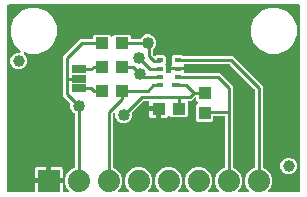
<source format=gbr>
G04 EAGLE Gerber RS-274X export*
G75*
%MOMM*%
%FSLAX34Y34*%
%LPD*%
%INTop Copper*%
%IPPOS*%
%AMOC8*
5,1,8,0,0,1.08239X$1,22.5*%
G01*
%ADD10R,0.800000X0.420000*%
%ADD11R,0.550000X0.420000*%
%ADD12R,1.879600X1.879600*%
%ADD13C,1.879600*%
%ADD14R,1.100000X1.000000*%
%ADD15C,1.000000*%
%ADD16R,1.270000X0.635000*%
%ADD17R,1.000000X1.100000*%
%ADD18C,1.016000*%
%ADD19C,0.254000*%

G36*
X25204Y3057D02*
X25204Y3057D01*
X25262Y3055D01*
X25344Y3077D01*
X25428Y3089D01*
X25481Y3112D01*
X25537Y3127D01*
X25610Y3170D01*
X25687Y3205D01*
X25732Y3243D01*
X25782Y3272D01*
X25840Y3334D01*
X25904Y3388D01*
X25936Y3437D01*
X25976Y3480D01*
X26015Y3555D01*
X26062Y3625D01*
X26079Y3681D01*
X26106Y3733D01*
X26117Y3801D01*
X26147Y3896D01*
X26150Y3996D01*
X26161Y4064D01*
X26161Y10669D01*
X37084Y10669D01*
X37142Y10677D01*
X37200Y10675D01*
X37282Y10697D01*
X37365Y10709D01*
X37419Y10733D01*
X37475Y10747D01*
X37548Y10790D01*
X37625Y10825D01*
X37669Y10863D01*
X37720Y10893D01*
X37777Y10954D01*
X37842Y11009D01*
X37874Y11057D01*
X37914Y11100D01*
X37953Y11175D01*
X37999Y11245D01*
X38017Y11301D01*
X38044Y11353D01*
X38055Y11421D01*
X38085Y11516D01*
X38088Y11616D01*
X38099Y11684D01*
X38099Y12701D01*
X38101Y12701D01*
X38101Y11684D01*
X38109Y11626D01*
X38108Y11568D01*
X38129Y11486D01*
X38141Y11403D01*
X38165Y11349D01*
X38179Y11293D01*
X38222Y11220D01*
X38257Y11143D01*
X38295Y11098D01*
X38325Y11048D01*
X38386Y10990D01*
X38441Y10926D01*
X38489Y10894D01*
X38532Y10854D01*
X38607Y10815D01*
X38677Y10769D01*
X38733Y10751D01*
X38785Y10724D01*
X38853Y10713D01*
X38948Y10683D01*
X39048Y10680D01*
X39116Y10669D01*
X50039Y10669D01*
X50039Y4064D01*
X50047Y4006D01*
X50045Y3948D01*
X50067Y3866D01*
X50079Y3782D01*
X50102Y3729D01*
X50117Y3673D01*
X50160Y3600D01*
X50195Y3523D01*
X50233Y3478D01*
X50262Y3428D01*
X50324Y3370D01*
X50378Y3306D01*
X50427Y3274D01*
X50470Y3234D01*
X50545Y3195D01*
X50615Y3148D01*
X50671Y3131D01*
X50723Y3104D01*
X50791Y3093D01*
X50886Y3063D01*
X50986Y3060D01*
X51054Y3049D01*
X54535Y3049D01*
X54564Y3053D01*
X54593Y3050D01*
X54704Y3073D01*
X54816Y3089D01*
X54843Y3101D01*
X54872Y3106D01*
X54972Y3159D01*
X55076Y3205D01*
X55098Y3224D01*
X55124Y3237D01*
X55206Y3315D01*
X55293Y3388D01*
X55309Y3413D01*
X55330Y3433D01*
X55387Y3531D01*
X55450Y3625D01*
X55459Y3653D01*
X55474Y3678D01*
X55502Y3788D01*
X55536Y3896D01*
X55537Y3926D01*
X55544Y3954D01*
X55540Y4067D01*
X55543Y4180D01*
X55536Y4209D01*
X55535Y4238D01*
X55500Y4346D01*
X55472Y4455D01*
X55457Y4481D01*
X55448Y4509D01*
X55402Y4573D01*
X55326Y4700D01*
X55281Y4743D01*
X55253Y4782D01*
X53809Y6225D01*
X52069Y10426D01*
X52069Y14974D01*
X53810Y19175D01*
X57025Y22391D01*
X59571Y23445D01*
X59572Y23446D01*
X59573Y23446D01*
X59654Y23494D01*
X59689Y23510D01*
X59710Y23527D01*
X59815Y23589D01*
X59816Y23591D01*
X59818Y23591D01*
X59915Y23695D01*
X60011Y23796D01*
X60011Y23797D01*
X60012Y23799D01*
X60077Y23924D01*
X60141Y24049D01*
X60141Y24050D01*
X60142Y24052D01*
X60144Y24067D01*
X60196Y24328D01*
X60193Y24358D01*
X60197Y24383D01*
X60197Y69191D01*
X60197Y69192D01*
X60197Y69194D01*
X60177Y69331D01*
X60157Y69472D01*
X60157Y69474D01*
X60157Y69475D01*
X60100Y69601D01*
X60041Y69732D01*
X60040Y69733D01*
X60039Y69734D01*
X59948Y69842D01*
X59858Y69949D01*
X59856Y69950D01*
X59855Y69951D01*
X59842Y69959D01*
X59621Y70106D01*
X59592Y70116D01*
X59571Y70129D01*
X59471Y70170D01*
X57470Y72171D01*
X56387Y74785D01*
X56387Y77615D01*
X56429Y77714D01*
X56429Y77716D01*
X56430Y77717D01*
X56464Y77851D01*
X56499Y77990D01*
X56499Y77991D01*
X56500Y77993D01*
X56495Y78133D01*
X56491Y78274D01*
X56491Y78275D01*
X56491Y78277D01*
X56448Y78410D01*
X56405Y78545D01*
X56404Y78546D01*
X56403Y78547D01*
X56395Y78560D01*
X56246Y78781D01*
X56223Y78800D01*
X56208Y78821D01*
X52269Y82760D01*
X50037Y84992D01*
X50037Y118208D01*
X64672Y132843D01*
X74392Y132843D01*
X74450Y132851D01*
X74508Y132849D01*
X74590Y132871D01*
X74674Y132883D01*
X74727Y132906D01*
X74783Y132921D01*
X74856Y132964D01*
X74933Y132999D01*
X74978Y133037D01*
X75028Y133066D01*
X75086Y133128D01*
X75150Y133182D01*
X75182Y133231D01*
X75222Y133274D01*
X75261Y133349D01*
X75308Y133419D01*
X75325Y133475D01*
X75352Y133527D01*
X75363Y133595D01*
X75393Y133690D01*
X75396Y133790D01*
X75407Y133858D01*
X75407Y135382D01*
X76598Y136573D01*
X89282Y136573D01*
X90722Y135133D01*
X90769Y135098D01*
X90809Y135055D01*
X90882Y135012D01*
X90949Y134962D01*
X91004Y134941D01*
X91054Y134911D01*
X91136Y134891D01*
X91215Y134860D01*
X91273Y134856D01*
X91330Y134841D01*
X91414Y134844D01*
X91498Y134837D01*
X91556Y134848D01*
X91614Y134850D01*
X91694Y134876D01*
X91777Y134893D01*
X91829Y134920D01*
X91885Y134938D01*
X91941Y134978D01*
X92029Y135024D01*
X92102Y135092D01*
X92158Y135133D01*
X93598Y136573D01*
X106282Y136573D01*
X107473Y135382D01*
X107473Y133858D01*
X107481Y133800D01*
X107479Y133742D01*
X107501Y133660D01*
X107513Y133576D01*
X107536Y133523D01*
X107551Y133467D01*
X107594Y133394D01*
X107629Y133317D01*
X107667Y133272D01*
X107696Y133222D01*
X107758Y133164D01*
X107812Y133100D01*
X107861Y133068D01*
X107904Y133028D01*
X107979Y132989D01*
X108049Y132942D01*
X108105Y132925D01*
X108157Y132898D01*
X108225Y132887D01*
X108320Y132857D01*
X108420Y132854D01*
X108488Y132843D01*
X114911Y132843D01*
X114912Y132843D01*
X114914Y132843D01*
X115053Y132863D01*
X115192Y132883D01*
X115194Y132883D01*
X115195Y132883D01*
X115321Y132940D01*
X115452Y132999D01*
X115453Y133000D01*
X115454Y133001D01*
X115562Y133092D01*
X115669Y133182D01*
X115670Y133184D01*
X115671Y133185D01*
X115679Y133198D01*
X115826Y133419D01*
X115836Y133448D01*
X115849Y133469D01*
X115890Y133569D01*
X117891Y135570D01*
X120505Y136653D01*
X123335Y136653D01*
X125949Y135570D01*
X127950Y133569D01*
X129033Y130955D01*
X129033Y128125D01*
X127950Y125511D01*
X126790Y124351D01*
X126738Y124281D01*
X126678Y124217D01*
X126652Y124168D01*
X126619Y124124D01*
X126588Y124042D01*
X126548Y123964D01*
X126540Y123917D01*
X126518Y123858D01*
X126506Y123711D01*
X126493Y123633D01*
X126493Y119899D01*
X126505Y119812D01*
X126508Y119725D01*
X126525Y119672D01*
X126533Y119617D01*
X126568Y119537D01*
X126595Y119454D01*
X126623Y119415D01*
X126649Y119358D01*
X126745Y119244D01*
X126790Y119181D01*
X127110Y118861D01*
X127157Y118826D01*
X127197Y118783D01*
X127270Y118740D01*
X127337Y118690D01*
X127392Y118669D01*
X127442Y118639D01*
X127524Y118619D01*
X127603Y118589D01*
X127661Y118584D01*
X127718Y118569D01*
X127802Y118572D01*
X127886Y118565D01*
X127944Y118576D01*
X128002Y118578D01*
X128082Y118604D01*
X128165Y118621D01*
X128217Y118648D01*
X128273Y118666D01*
X128329Y118706D01*
X128417Y118752D01*
X128490Y118821D01*
X128546Y118861D01*
X128608Y118923D01*
X135792Y118923D01*
X136983Y117732D01*
X136983Y111816D01*
X136972Y111798D01*
X136922Y111731D01*
X136901Y111676D01*
X136871Y111626D01*
X136851Y111544D01*
X136821Y111465D01*
X136816Y111407D01*
X136801Y111350D01*
X136804Y111266D01*
X136797Y111182D01*
X136808Y111124D01*
X136810Y111066D01*
X136836Y110986D01*
X136853Y110903D01*
X136880Y110851D01*
X136898Y110795D01*
X136938Y110739D01*
X136983Y110653D01*
X136983Y105156D01*
X136991Y105098D01*
X136989Y105040D01*
X137011Y104958D01*
X137023Y104874D01*
X137046Y104821D01*
X137061Y104765D01*
X137104Y104692D01*
X137139Y104615D01*
X137177Y104570D01*
X137206Y104520D01*
X137268Y104462D01*
X137322Y104398D01*
X137371Y104366D01*
X137414Y104326D01*
X137489Y104287D01*
X137559Y104240D01*
X137615Y104223D01*
X137667Y104196D01*
X137735Y104185D01*
X137830Y104155D01*
X137930Y104152D01*
X137998Y104141D01*
X140894Y104141D01*
X140952Y104149D01*
X141010Y104147D01*
X141092Y104169D01*
X141176Y104181D01*
X141229Y104204D01*
X141285Y104219D01*
X141358Y104262D01*
X141435Y104297D01*
X141480Y104335D01*
X141530Y104364D01*
X141588Y104426D01*
X141652Y104480D01*
X141684Y104529D01*
X141724Y104572D01*
X141763Y104647D01*
X141810Y104717D01*
X141827Y104773D01*
X141854Y104825D01*
X141865Y104893D01*
X141895Y104988D01*
X141898Y105088D01*
X141909Y105156D01*
X141909Y106641D01*
X147166Y106641D01*
X147203Y106646D01*
X147234Y106641D01*
X152491Y106641D01*
X152491Y105256D01*
X152468Y105171D01*
X152462Y105122D01*
X152447Y105076D01*
X152445Y104982D01*
X152434Y104889D01*
X152441Y104840D01*
X152440Y104792D01*
X152464Y104701D01*
X152479Y104608D01*
X152500Y104564D01*
X152512Y104517D01*
X152560Y104436D01*
X152600Y104351D01*
X152632Y104314D01*
X152657Y104272D01*
X152726Y104208D01*
X152788Y104137D01*
X152829Y104111D01*
X152864Y104078D01*
X152948Y104035D01*
X153027Y103984D01*
X153074Y103970D01*
X153118Y103948D01*
X153191Y103936D01*
X153300Y103904D01*
X153387Y103903D01*
X153449Y103893D01*
X182718Y103893D01*
X193803Y92808D01*
X193803Y24383D01*
X193803Y24381D01*
X193803Y24380D01*
X193823Y24240D01*
X193843Y24101D01*
X193843Y24100D01*
X193843Y24098D01*
X193901Y23970D01*
X193959Y23842D01*
X193960Y23841D01*
X193961Y23839D01*
X194052Y23732D01*
X194142Y23625D01*
X194144Y23624D01*
X194145Y23623D01*
X194158Y23615D01*
X194256Y23550D01*
X194267Y23539D01*
X194288Y23528D01*
X194379Y23467D01*
X194408Y23458D01*
X194429Y23445D01*
X196975Y22391D01*
X200190Y19175D01*
X201931Y14974D01*
X201931Y10426D01*
X200191Y6225D01*
X198747Y4782D01*
X198730Y4758D01*
X198707Y4739D01*
X198645Y4645D01*
X198576Y4555D01*
X198566Y4527D01*
X198550Y4503D01*
X198516Y4395D01*
X198475Y4289D01*
X198473Y4260D01*
X198464Y4232D01*
X198461Y4118D01*
X198452Y4006D01*
X198457Y3977D01*
X198457Y3948D01*
X198485Y3838D01*
X198508Y3727D01*
X198521Y3701D01*
X198528Y3673D01*
X198586Y3575D01*
X198639Y3475D01*
X198659Y3453D01*
X198674Y3428D01*
X198756Y3351D01*
X198834Y3269D01*
X198860Y3254D01*
X198881Y3234D01*
X198982Y3182D01*
X199080Y3125D01*
X199108Y3118D01*
X199134Y3104D01*
X199212Y3091D01*
X199355Y3055D01*
X199418Y3057D01*
X199465Y3049D01*
X206935Y3049D01*
X206964Y3053D01*
X206993Y3050D01*
X207104Y3073D01*
X207216Y3089D01*
X207243Y3101D01*
X207272Y3106D01*
X207372Y3159D01*
X207476Y3205D01*
X207498Y3224D01*
X207524Y3237D01*
X207606Y3315D01*
X207693Y3388D01*
X207709Y3413D01*
X207730Y3433D01*
X207787Y3531D01*
X207850Y3625D01*
X207859Y3653D01*
X207874Y3678D01*
X207902Y3788D01*
X207936Y3896D01*
X207937Y3926D01*
X207944Y3954D01*
X207940Y4067D01*
X207943Y4180D01*
X207936Y4209D01*
X207935Y4238D01*
X207900Y4346D01*
X207872Y4455D01*
X207857Y4481D01*
X207848Y4509D01*
X207802Y4573D01*
X207726Y4700D01*
X207681Y4743D01*
X207653Y4782D01*
X206209Y6225D01*
X204469Y10426D01*
X204469Y14974D01*
X206210Y19175D01*
X209425Y22391D01*
X211971Y23445D01*
X211972Y23446D01*
X211973Y23446D01*
X212054Y23494D01*
X212089Y23510D01*
X212110Y23527D01*
X212215Y23589D01*
X212216Y23591D01*
X212218Y23591D01*
X212315Y23695D01*
X212411Y23796D01*
X212411Y23797D01*
X212412Y23799D01*
X212477Y23924D01*
X212541Y24049D01*
X212541Y24050D01*
X212542Y24052D01*
X212544Y24067D01*
X212596Y24328D01*
X212593Y24358D01*
X212597Y24383D01*
X212597Y89651D01*
X212585Y89738D01*
X212582Y89825D01*
X212565Y89878D01*
X212557Y89933D01*
X212522Y90013D01*
X212495Y90096D01*
X212467Y90135D01*
X212441Y90192D01*
X212345Y90306D01*
X212300Y90369D01*
X191479Y111190D01*
X191410Y111242D01*
X191346Y111302D01*
X191296Y111328D01*
X191252Y111361D01*
X191170Y111392D01*
X191092Y111432D01*
X191045Y111440D01*
X190986Y111462D01*
X190839Y111474D01*
X190761Y111487D01*
X153449Y111487D01*
X153400Y111480D01*
X153352Y111483D01*
X153260Y111461D01*
X153167Y111447D01*
X153123Y111428D01*
X153075Y111416D01*
X152993Y111370D01*
X152908Y111331D01*
X152871Y111300D01*
X152828Y111276D01*
X152762Y111208D01*
X152691Y111148D01*
X152664Y111107D01*
X152630Y111072D01*
X152585Y110989D01*
X152533Y110911D01*
X152518Y110864D01*
X152495Y110821D01*
X152476Y110729D01*
X152447Y110640D01*
X152446Y110591D01*
X152436Y110543D01*
X152443Y110469D01*
X152440Y110356D01*
X152462Y110272D01*
X152468Y110209D01*
X152491Y110124D01*
X152491Y108739D01*
X147234Y108739D01*
X147197Y108734D01*
X147166Y108739D01*
X141909Y108739D01*
X141909Y110124D01*
X142082Y110771D01*
X142281Y111115D01*
X142318Y111205D01*
X142362Y111292D01*
X142368Y111331D01*
X142388Y111379D01*
X142400Y111503D01*
X142403Y111513D01*
X142404Y111539D01*
X142405Y111550D01*
X142417Y111623D01*
X142417Y117732D01*
X143608Y118923D01*
X150792Y118923D01*
X151325Y118390D01*
X151394Y118338D01*
X151458Y118278D01*
X151508Y118252D01*
X151552Y118219D01*
X151634Y118188D01*
X151711Y118148D01*
X151759Y118140D01*
X151817Y118118D01*
X151965Y118106D01*
X152042Y118093D01*
X193918Y118093D01*
X219203Y92808D01*
X219203Y24383D01*
X219203Y24381D01*
X219203Y24380D01*
X219223Y24240D01*
X219243Y24101D01*
X219243Y24100D01*
X219243Y24098D01*
X219301Y23970D01*
X219359Y23842D01*
X219360Y23841D01*
X219361Y23839D01*
X219452Y23732D01*
X219542Y23625D01*
X219544Y23624D01*
X219545Y23623D01*
X219558Y23615D01*
X219656Y23550D01*
X219667Y23539D01*
X219688Y23528D01*
X219779Y23467D01*
X219808Y23458D01*
X219829Y23445D01*
X222375Y22391D01*
X225590Y19175D01*
X227331Y14974D01*
X227331Y10426D01*
X225591Y6225D01*
X224147Y4782D01*
X224130Y4758D01*
X224107Y4739D01*
X224045Y4645D01*
X223976Y4555D01*
X223966Y4527D01*
X223950Y4503D01*
X223916Y4395D01*
X223875Y4289D01*
X223873Y4260D01*
X223864Y4232D01*
X223861Y4118D01*
X223852Y4006D01*
X223857Y3977D01*
X223857Y3948D01*
X223885Y3838D01*
X223908Y3727D01*
X223921Y3701D01*
X223928Y3673D01*
X223986Y3575D01*
X224039Y3475D01*
X224059Y3453D01*
X224074Y3428D01*
X224156Y3351D01*
X224234Y3269D01*
X224260Y3254D01*
X224281Y3234D01*
X224382Y3182D01*
X224480Y3125D01*
X224508Y3118D01*
X224534Y3104D01*
X224612Y3091D01*
X224755Y3055D01*
X224818Y3057D01*
X224865Y3049D01*
X249936Y3049D01*
X249994Y3057D01*
X250052Y3055D01*
X250134Y3077D01*
X250218Y3089D01*
X250271Y3112D01*
X250327Y3127D01*
X250400Y3170D01*
X250477Y3205D01*
X250522Y3243D01*
X250572Y3272D01*
X250630Y3334D01*
X250694Y3388D01*
X250726Y3437D01*
X250766Y3480D01*
X250805Y3555D01*
X250852Y3625D01*
X250869Y3681D01*
X250896Y3733D01*
X250907Y3801D01*
X250937Y3896D01*
X250940Y3996D01*
X250951Y4064D01*
X250951Y161036D01*
X250943Y161094D01*
X250945Y161152D01*
X250923Y161234D01*
X250911Y161318D01*
X250888Y161371D01*
X250873Y161427D01*
X250830Y161500D01*
X250795Y161577D01*
X250757Y161622D01*
X250728Y161672D01*
X250666Y161730D01*
X250612Y161794D01*
X250563Y161826D01*
X250520Y161866D01*
X250445Y161905D01*
X250375Y161952D01*
X250319Y161969D01*
X250267Y161996D01*
X250199Y162007D01*
X250104Y162037D01*
X250004Y162040D01*
X249936Y162051D01*
X4064Y162051D01*
X4006Y162043D01*
X3948Y162045D01*
X3866Y162023D01*
X3782Y162011D01*
X3729Y161988D01*
X3673Y161973D01*
X3600Y161930D01*
X3523Y161895D01*
X3478Y161857D01*
X3428Y161828D01*
X3370Y161766D01*
X3306Y161712D01*
X3274Y161663D01*
X3234Y161620D01*
X3195Y161545D01*
X3148Y161475D01*
X3131Y161419D01*
X3104Y161367D01*
X3093Y161299D01*
X3063Y161204D01*
X3060Y161104D01*
X3049Y161036D01*
X3049Y4064D01*
X3057Y4006D01*
X3055Y3948D01*
X3077Y3866D01*
X3089Y3782D01*
X3112Y3729D01*
X3127Y3673D01*
X3170Y3600D01*
X3205Y3523D01*
X3243Y3478D01*
X3272Y3428D01*
X3334Y3370D01*
X3388Y3306D01*
X3437Y3274D01*
X3480Y3234D01*
X3555Y3195D01*
X3625Y3148D01*
X3681Y3131D01*
X3733Y3104D01*
X3801Y3093D01*
X3896Y3063D01*
X3996Y3060D01*
X4064Y3049D01*
X25146Y3049D01*
X25204Y3057D01*
G37*
G36*
X105364Y3053D02*
X105364Y3053D01*
X105393Y3050D01*
X105504Y3073D01*
X105616Y3089D01*
X105643Y3101D01*
X105672Y3106D01*
X105772Y3159D01*
X105876Y3205D01*
X105898Y3224D01*
X105924Y3237D01*
X106006Y3315D01*
X106093Y3388D01*
X106109Y3413D01*
X106130Y3433D01*
X106187Y3531D01*
X106250Y3625D01*
X106259Y3653D01*
X106274Y3678D01*
X106302Y3788D01*
X106336Y3896D01*
X106337Y3926D01*
X106344Y3954D01*
X106340Y4067D01*
X106343Y4180D01*
X106336Y4209D01*
X106335Y4238D01*
X106300Y4346D01*
X106272Y4455D01*
X106257Y4481D01*
X106248Y4509D01*
X106202Y4573D01*
X106126Y4700D01*
X106081Y4743D01*
X106053Y4782D01*
X104609Y6225D01*
X102869Y10426D01*
X102869Y14974D01*
X104610Y19175D01*
X107825Y22390D01*
X112026Y24131D01*
X116574Y24131D01*
X120775Y22390D01*
X123990Y19175D01*
X125731Y14974D01*
X125731Y10426D01*
X123991Y6225D01*
X122547Y4782D01*
X122530Y4758D01*
X122507Y4739D01*
X122445Y4645D01*
X122376Y4555D01*
X122366Y4527D01*
X122350Y4503D01*
X122316Y4395D01*
X122275Y4289D01*
X122273Y4260D01*
X122264Y4232D01*
X122261Y4118D01*
X122252Y4006D01*
X122257Y3977D01*
X122257Y3948D01*
X122285Y3838D01*
X122308Y3727D01*
X122321Y3701D01*
X122328Y3673D01*
X122386Y3575D01*
X122439Y3475D01*
X122459Y3453D01*
X122474Y3428D01*
X122556Y3351D01*
X122634Y3269D01*
X122660Y3254D01*
X122681Y3234D01*
X122782Y3182D01*
X122880Y3125D01*
X122908Y3118D01*
X122934Y3104D01*
X123012Y3091D01*
X123155Y3055D01*
X123218Y3057D01*
X123265Y3049D01*
X130735Y3049D01*
X130764Y3053D01*
X130793Y3050D01*
X130904Y3073D01*
X131016Y3089D01*
X131043Y3101D01*
X131072Y3106D01*
X131172Y3159D01*
X131276Y3205D01*
X131298Y3224D01*
X131324Y3237D01*
X131406Y3315D01*
X131493Y3388D01*
X131509Y3413D01*
X131530Y3433D01*
X131587Y3531D01*
X131650Y3625D01*
X131659Y3653D01*
X131674Y3678D01*
X131702Y3788D01*
X131736Y3896D01*
X131737Y3926D01*
X131744Y3954D01*
X131740Y4067D01*
X131743Y4180D01*
X131736Y4209D01*
X131735Y4238D01*
X131700Y4346D01*
X131672Y4455D01*
X131657Y4481D01*
X131648Y4509D01*
X131602Y4573D01*
X131526Y4700D01*
X131481Y4743D01*
X131453Y4782D01*
X130009Y6225D01*
X128269Y10426D01*
X128269Y14974D01*
X130010Y19175D01*
X133225Y22390D01*
X137426Y24131D01*
X141974Y24131D01*
X146175Y22390D01*
X149390Y19175D01*
X151131Y14974D01*
X151131Y10426D01*
X149391Y6225D01*
X147947Y4782D01*
X147930Y4758D01*
X147907Y4739D01*
X147845Y4645D01*
X147776Y4555D01*
X147766Y4527D01*
X147750Y4503D01*
X147716Y4395D01*
X147675Y4289D01*
X147673Y4260D01*
X147664Y4232D01*
X147661Y4118D01*
X147652Y4006D01*
X147657Y3977D01*
X147657Y3948D01*
X147685Y3838D01*
X147708Y3727D01*
X147721Y3701D01*
X147728Y3673D01*
X147786Y3575D01*
X147839Y3475D01*
X147859Y3453D01*
X147874Y3428D01*
X147956Y3351D01*
X148034Y3269D01*
X148060Y3254D01*
X148081Y3234D01*
X148182Y3182D01*
X148280Y3125D01*
X148308Y3118D01*
X148334Y3104D01*
X148412Y3091D01*
X148555Y3055D01*
X148618Y3057D01*
X148665Y3049D01*
X156135Y3049D01*
X156164Y3053D01*
X156193Y3050D01*
X156304Y3073D01*
X156416Y3089D01*
X156443Y3101D01*
X156472Y3106D01*
X156572Y3159D01*
X156676Y3205D01*
X156698Y3224D01*
X156724Y3237D01*
X156806Y3315D01*
X156893Y3388D01*
X156909Y3413D01*
X156930Y3433D01*
X156987Y3531D01*
X157050Y3625D01*
X157059Y3653D01*
X157074Y3678D01*
X157102Y3788D01*
X157136Y3896D01*
X157137Y3926D01*
X157144Y3954D01*
X157140Y4067D01*
X157143Y4180D01*
X157136Y4209D01*
X157135Y4238D01*
X157100Y4346D01*
X157072Y4455D01*
X157057Y4481D01*
X157048Y4509D01*
X157002Y4573D01*
X156926Y4700D01*
X156881Y4743D01*
X156853Y4782D01*
X155409Y6225D01*
X153669Y10426D01*
X153669Y14974D01*
X155410Y19175D01*
X158625Y22390D01*
X162826Y24131D01*
X167374Y24131D01*
X171575Y22390D01*
X174790Y19175D01*
X176531Y14974D01*
X176531Y10426D01*
X174791Y6225D01*
X173347Y4782D01*
X173330Y4758D01*
X173307Y4739D01*
X173245Y4645D01*
X173176Y4555D01*
X173166Y4527D01*
X173150Y4503D01*
X173116Y4395D01*
X173075Y4289D01*
X173073Y4260D01*
X173064Y4232D01*
X173061Y4118D01*
X173052Y4006D01*
X173057Y3977D01*
X173057Y3948D01*
X173085Y3838D01*
X173108Y3727D01*
X173121Y3701D01*
X173128Y3673D01*
X173186Y3575D01*
X173239Y3475D01*
X173259Y3453D01*
X173274Y3428D01*
X173356Y3351D01*
X173434Y3269D01*
X173460Y3254D01*
X173481Y3234D01*
X173582Y3182D01*
X173680Y3125D01*
X173708Y3118D01*
X173734Y3104D01*
X173812Y3091D01*
X173955Y3055D01*
X174018Y3057D01*
X174065Y3049D01*
X181535Y3049D01*
X181564Y3053D01*
X181593Y3050D01*
X181704Y3073D01*
X181816Y3089D01*
X181843Y3101D01*
X181872Y3106D01*
X181972Y3159D01*
X182076Y3205D01*
X182098Y3224D01*
X182124Y3237D01*
X182206Y3315D01*
X182293Y3388D01*
X182309Y3413D01*
X182330Y3433D01*
X182387Y3531D01*
X182450Y3625D01*
X182459Y3653D01*
X182474Y3678D01*
X182502Y3788D01*
X182536Y3896D01*
X182537Y3926D01*
X182544Y3954D01*
X182540Y4067D01*
X182543Y4180D01*
X182536Y4209D01*
X182535Y4238D01*
X182500Y4346D01*
X182472Y4455D01*
X182457Y4481D01*
X182448Y4509D01*
X182402Y4573D01*
X182326Y4700D01*
X182281Y4743D01*
X182253Y4782D01*
X180809Y6225D01*
X179069Y10426D01*
X179069Y14974D01*
X180810Y19175D01*
X184025Y22391D01*
X186571Y23445D01*
X186572Y23446D01*
X186573Y23446D01*
X186654Y23494D01*
X186689Y23510D01*
X186710Y23527D01*
X186815Y23589D01*
X186816Y23591D01*
X186818Y23591D01*
X186915Y23695D01*
X187011Y23796D01*
X187011Y23797D01*
X187012Y23799D01*
X187077Y23924D01*
X187141Y24049D01*
X187141Y24050D01*
X187142Y24052D01*
X187144Y24067D01*
X187196Y24328D01*
X187193Y24358D01*
X187197Y24383D01*
X187197Y66802D01*
X187189Y66860D01*
X187191Y66918D01*
X187169Y67000D01*
X187157Y67084D01*
X187134Y67137D01*
X187119Y67193D01*
X187076Y67266D01*
X187041Y67343D01*
X187003Y67388D01*
X186974Y67438D01*
X186912Y67496D01*
X186858Y67560D01*
X186809Y67592D01*
X186766Y67632D01*
X186691Y67671D01*
X186621Y67718D01*
X186565Y67735D01*
X186513Y67762D01*
X186445Y67773D01*
X186350Y67803D01*
X186250Y67806D01*
X186182Y67817D01*
X178228Y67817D01*
X178170Y67809D01*
X178112Y67811D01*
X178030Y67789D01*
X177946Y67777D01*
X177893Y67754D01*
X177837Y67739D01*
X177764Y67696D01*
X177687Y67661D01*
X177642Y67623D01*
X177592Y67594D01*
X177534Y67532D01*
X177470Y67478D01*
X177438Y67429D01*
X177398Y67386D01*
X177359Y67311D01*
X177312Y67241D01*
X177295Y67185D01*
X177268Y67133D01*
X177257Y67065D01*
X177227Y66970D01*
X177224Y66870D01*
X177213Y66802D01*
X177213Y63898D01*
X176022Y62707D01*
X164338Y62707D01*
X163147Y63898D01*
X163147Y76582D01*
X164587Y78022D01*
X164623Y78069D01*
X164665Y78109D01*
X164708Y78182D01*
X164758Y78249D01*
X164779Y78304D01*
X164809Y78354D01*
X164829Y78436D01*
X164860Y78515D01*
X164864Y78573D01*
X164879Y78630D01*
X164876Y78714D01*
X164883Y78798D01*
X164872Y78856D01*
X164870Y78914D01*
X164844Y78994D01*
X164827Y79077D01*
X164800Y79129D01*
X164782Y79185D01*
X164742Y79241D01*
X164696Y79329D01*
X164627Y79402D01*
X164587Y79458D01*
X163147Y80898D01*
X163147Y82365D01*
X163143Y82395D01*
X163146Y82424D01*
X163123Y82535D01*
X163107Y82647D01*
X163095Y82674D01*
X163090Y82702D01*
X163037Y82803D01*
X162991Y82906D01*
X162972Y82929D01*
X162959Y82955D01*
X162881Y83037D01*
X162808Y83123D01*
X162783Y83140D01*
X162763Y83161D01*
X162665Y83218D01*
X162571Y83281D01*
X162543Y83290D01*
X162518Y83305D01*
X162408Y83333D01*
X162300Y83367D01*
X162270Y83368D01*
X162242Y83375D01*
X162129Y83371D01*
X162016Y83374D01*
X161987Y83367D01*
X161958Y83366D01*
X161850Y83331D01*
X161741Y83302D01*
X161715Y83287D01*
X161687Y83278D01*
X161624Y83233D01*
X161496Y83157D01*
X161453Y83111D01*
X161414Y83083D01*
X158848Y80517D01*
X156748Y80517D01*
X156690Y80509D01*
X156632Y80511D01*
X156550Y80489D01*
X156466Y80477D01*
X156413Y80454D01*
X156357Y80439D01*
X156284Y80396D01*
X156207Y80361D01*
X156162Y80323D01*
X156112Y80294D01*
X156054Y80232D01*
X155990Y80178D01*
X155958Y80129D01*
X155918Y80086D01*
X155879Y80011D01*
X155832Y79941D01*
X155815Y79885D01*
X155788Y79833D01*
X155777Y79765D01*
X155747Y79670D01*
X155744Y79570D01*
X155733Y79502D01*
X155733Y67818D01*
X154542Y66627D01*
X141858Y66627D01*
X140639Y67846D01*
X140601Y67875D01*
X140568Y67911D01*
X140487Y67960D01*
X140412Y68017D01*
X140367Y68034D01*
X140325Y68060D01*
X140234Y68085D01*
X140147Y68118D01*
X140098Y68122D01*
X140051Y68135D01*
X139957Y68134D01*
X139863Y68142D01*
X139816Y68132D01*
X139767Y68131D01*
X139677Y68104D01*
X139585Y68086D01*
X139541Y68063D01*
X139495Y68049D01*
X139416Y67998D01*
X139332Y67955D01*
X139297Y67921D01*
X139256Y67895D01*
X139209Y67837D01*
X139126Y67759D01*
X139082Y67684D01*
X139042Y67636D01*
X138733Y67100D01*
X138260Y66627D01*
X137681Y66292D01*
X137034Y66119D01*
X133231Y66119D01*
X133231Y72644D01*
X133223Y72702D01*
X133224Y72760D01*
X133203Y72842D01*
X133191Y72925D01*
X133167Y72979D01*
X133153Y73035D01*
X133110Y73108D01*
X133075Y73185D01*
X133037Y73229D01*
X133007Y73280D01*
X132946Y73337D01*
X132891Y73402D01*
X132843Y73434D01*
X132800Y73474D01*
X132725Y73513D01*
X132655Y73559D01*
X132599Y73577D01*
X132547Y73604D01*
X132479Y73615D01*
X132384Y73645D01*
X132284Y73648D01*
X132216Y73659D01*
X131199Y73659D01*
X131199Y74676D01*
X131191Y74734D01*
X131192Y74792D01*
X131171Y74874D01*
X131159Y74957D01*
X131135Y75011D01*
X131121Y75067D01*
X131078Y75140D01*
X131043Y75217D01*
X131005Y75261D01*
X130975Y75312D01*
X130914Y75369D01*
X130859Y75434D01*
X130811Y75466D01*
X130768Y75506D01*
X130693Y75545D01*
X130623Y75591D01*
X130567Y75609D01*
X130515Y75636D01*
X130447Y75647D01*
X130352Y75677D01*
X130252Y75680D01*
X130184Y75691D01*
X123159Y75691D01*
X123159Y78994D01*
X123225Y79239D01*
X123231Y79288D01*
X123245Y79334D01*
X123248Y79428D01*
X123259Y79521D01*
X123252Y79570D01*
X123253Y79618D01*
X123229Y79709D01*
X123214Y79802D01*
X123193Y79846D01*
X123181Y79893D01*
X123133Y79974D01*
X123093Y80059D01*
X123061Y80096D01*
X123036Y80138D01*
X122967Y80202D01*
X122905Y80273D01*
X122864Y80299D01*
X122828Y80332D01*
X122745Y80375D01*
X122666Y80426D01*
X122619Y80440D01*
X122575Y80462D01*
X122502Y80474D01*
X122393Y80506D01*
X122306Y80507D01*
X122244Y80517D01*
X118629Y80517D01*
X118542Y80505D01*
X118455Y80502D01*
X118402Y80485D01*
X118347Y80477D01*
X118267Y80442D01*
X118184Y80415D01*
X118145Y80387D01*
X118088Y80361D01*
X117974Y80265D01*
X117911Y80220D01*
X108892Y71201D01*
X108891Y71199D01*
X108889Y71199D01*
X108805Y71085D01*
X108721Y70974D01*
X108720Y70972D01*
X108719Y70971D01*
X108670Y70841D01*
X108619Y70708D01*
X108619Y70706D01*
X108619Y70705D01*
X108608Y70566D01*
X108596Y70425D01*
X108596Y70423D01*
X108596Y70421D01*
X108599Y70407D01*
X108652Y70146D01*
X108666Y70119D01*
X108672Y70094D01*
X108713Y69995D01*
X108713Y67165D01*
X107630Y64551D01*
X105629Y62550D01*
X103015Y61467D01*
X100185Y61467D01*
X97571Y62550D01*
X95570Y64551D01*
X94487Y67165D01*
X94487Y69585D01*
X94483Y69615D01*
X94486Y69644D01*
X94463Y69755D01*
X94447Y69867D01*
X94435Y69894D01*
X94430Y69923D01*
X94378Y70023D01*
X94331Y70126D01*
X94312Y70149D01*
X94299Y70175D01*
X94221Y70257D01*
X94148Y70343D01*
X94123Y70360D01*
X94103Y70381D01*
X94005Y70438D01*
X93911Y70501D01*
X93883Y70510D01*
X93858Y70525D01*
X93748Y70553D01*
X93640Y70587D01*
X93611Y70588D01*
X93582Y70595D01*
X93469Y70591D01*
X93356Y70594D01*
X93327Y70587D01*
X93298Y70586D01*
X93190Y70551D01*
X93081Y70522D01*
X93055Y70507D01*
X93027Y70498D01*
X92964Y70453D01*
X92836Y70377D01*
X92793Y70331D01*
X92754Y70303D01*
X92500Y70049D01*
X92447Y69979D01*
X92388Y69916D01*
X92362Y69866D01*
X92329Y69822D01*
X92298Y69740D01*
X92258Y69662D01*
X92250Y69615D01*
X92228Y69556D01*
X92216Y69409D01*
X92203Y69331D01*
X92203Y24383D01*
X92203Y24381D01*
X92203Y24380D01*
X92223Y24240D01*
X92243Y24101D01*
X92243Y24100D01*
X92243Y24098D01*
X92301Y23970D01*
X92359Y23842D01*
X92360Y23841D01*
X92361Y23839D01*
X92452Y23732D01*
X92542Y23625D01*
X92544Y23624D01*
X92545Y23623D01*
X92558Y23615D01*
X92656Y23550D01*
X92667Y23539D01*
X92688Y23528D01*
X92779Y23467D01*
X92808Y23458D01*
X92829Y23445D01*
X95375Y22391D01*
X98590Y19175D01*
X100331Y14974D01*
X100331Y10426D01*
X98591Y6225D01*
X97147Y4782D01*
X97130Y4758D01*
X97107Y4739D01*
X97045Y4645D01*
X96976Y4555D01*
X96966Y4527D01*
X96950Y4503D01*
X96916Y4395D01*
X96875Y4289D01*
X96873Y4260D01*
X96864Y4232D01*
X96861Y4118D01*
X96852Y4006D01*
X96857Y3977D01*
X96857Y3948D01*
X96885Y3838D01*
X96908Y3727D01*
X96921Y3701D01*
X96928Y3673D01*
X96986Y3575D01*
X97039Y3475D01*
X97059Y3453D01*
X97074Y3428D01*
X97156Y3351D01*
X97234Y3269D01*
X97260Y3254D01*
X97281Y3234D01*
X97382Y3182D01*
X97480Y3125D01*
X97508Y3118D01*
X97534Y3104D01*
X97612Y3091D01*
X97755Y3055D01*
X97818Y3057D01*
X97865Y3049D01*
X105335Y3049D01*
X105364Y3053D01*
G37*
%LPC*%
G36*
X11301Y107267D02*
X11301Y107267D01*
X8716Y108338D01*
X6738Y110316D01*
X5667Y112901D01*
X5667Y115699D01*
X6738Y118284D01*
X8716Y120262D01*
X11301Y121333D01*
X13656Y121333D01*
X13685Y121337D01*
X13714Y121334D01*
X13825Y121357D01*
X13938Y121373D01*
X13964Y121385D01*
X13993Y121390D01*
X14094Y121442D01*
X14197Y121489D01*
X14219Y121508D01*
X14245Y121521D01*
X14327Y121599D01*
X14414Y121672D01*
X14430Y121697D01*
X14451Y121717D01*
X14509Y121815D01*
X14572Y121909D01*
X14580Y121937D01*
X14595Y121962D01*
X14623Y122072D01*
X14657Y122180D01*
X14658Y122210D01*
X14665Y122238D01*
X14662Y122351D01*
X14665Y122464D01*
X14657Y122493D01*
X14656Y122522D01*
X14621Y122630D01*
X14593Y122739D01*
X14578Y122765D01*
X14569Y122793D01*
X14523Y122856D01*
X14448Y122984D01*
X14402Y123027D01*
X14374Y123066D01*
X8819Y128621D01*
X5841Y135810D01*
X5841Y143590D01*
X8819Y150779D01*
X14321Y156281D01*
X21510Y159259D01*
X29290Y159259D01*
X36479Y156281D01*
X41981Y150779D01*
X44959Y143590D01*
X44959Y135810D01*
X41981Y128621D01*
X36479Y123119D01*
X29290Y120141D01*
X21510Y120141D01*
X18193Y121515D01*
X18110Y121536D01*
X18030Y121567D01*
X17973Y121572D01*
X17918Y121586D01*
X17832Y121583D01*
X17746Y121591D01*
X17690Y121579D01*
X17634Y121578D01*
X17552Y121552D01*
X17468Y121535D01*
X17417Y121508D01*
X17363Y121491D01*
X17291Y121443D01*
X17215Y121404D01*
X17174Y121364D01*
X17127Y121333D01*
X17071Y121267D01*
X17009Y121208D01*
X16980Y121159D01*
X16944Y121115D01*
X16909Y121037D01*
X16865Y120963D01*
X16851Y120908D01*
X16828Y120855D01*
X16816Y120770D01*
X16795Y120687D01*
X16797Y120630D01*
X16789Y120574D01*
X16802Y120489D01*
X16804Y120403D01*
X16822Y120349D01*
X16830Y120293D01*
X16865Y120214D01*
X16892Y120132D01*
X16921Y120092D01*
X16947Y120033D01*
X17041Y119923D01*
X17087Y119859D01*
X18662Y118284D01*
X19733Y115699D01*
X19733Y112901D01*
X18662Y110316D01*
X16684Y108338D01*
X14099Y107267D01*
X11301Y107267D01*
G37*
%LPD*%
%LPC*%
G36*
X224710Y120141D02*
X224710Y120141D01*
X217521Y123119D01*
X212019Y128621D01*
X209041Y135810D01*
X209041Y143590D01*
X212019Y150779D01*
X217521Y156281D01*
X224710Y159259D01*
X232490Y159259D01*
X239679Y156281D01*
X245181Y150779D01*
X248159Y143590D01*
X248159Y135810D01*
X245181Y128621D01*
X239679Y123119D01*
X232490Y120141D01*
X224710Y120141D01*
G37*
%LPD*%
%LPC*%
G36*
X239901Y18367D02*
X239901Y18367D01*
X237316Y19438D01*
X235338Y21416D01*
X234267Y24001D01*
X234267Y26799D01*
X235338Y29384D01*
X237316Y31362D01*
X239901Y32433D01*
X242699Y32433D01*
X245284Y31362D01*
X247262Y29384D01*
X248333Y26799D01*
X248333Y24001D01*
X247262Y21416D01*
X245284Y19438D01*
X242699Y18367D01*
X239901Y18367D01*
G37*
%LPD*%
%LPC*%
G36*
X40131Y14731D02*
X40131Y14731D01*
X40131Y24639D01*
X47832Y24639D01*
X48479Y24466D01*
X49058Y24131D01*
X49531Y23658D01*
X49866Y23079D01*
X50039Y22432D01*
X50039Y14731D01*
X40131Y14731D01*
G37*
%LPD*%
%LPC*%
G36*
X26161Y14731D02*
X26161Y14731D01*
X26161Y22432D01*
X26334Y23079D01*
X26669Y23658D01*
X27142Y24131D01*
X27721Y24466D01*
X28368Y24639D01*
X36069Y24639D01*
X36069Y14731D01*
X26161Y14731D01*
G37*
%LPD*%
%LPC*%
G36*
X125366Y66119D02*
X125366Y66119D01*
X124719Y66292D01*
X124140Y66627D01*
X123667Y67100D01*
X123332Y67679D01*
X123159Y68326D01*
X123159Y71629D01*
X129169Y71629D01*
X129169Y66119D01*
X125366Y66119D01*
G37*
%LPD*%
D10*
X145950Y93490D03*
D11*
X147200Y100590D03*
X147200Y107690D03*
X147200Y114790D03*
X132200Y114790D03*
X132200Y107690D03*
X132200Y100590D03*
X132200Y93490D03*
D12*
X38100Y12700D03*
D13*
X63500Y12700D03*
X88900Y12700D03*
X114300Y12700D03*
X139700Y12700D03*
X165100Y12700D03*
X190500Y12700D03*
X215900Y12700D03*
D14*
X99940Y88900D03*
X82940Y88900D03*
X99940Y109220D03*
X82940Y109220D03*
X148200Y73660D03*
X131200Y73660D03*
X99940Y129540D03*
X82940Y129540D03*
D15*
X12700Y114300D03*
X241300Y25400D03*
D16*
X63500Y90932D03*
X63500Y99060D03*
X63500Y107188D03*
D17*
X170180Y70240D03*
X170180Y87240D03*
D18*
X189230Y105410D03*
X179070Y57150D03*
X168910Y133350D03*
D19*
X181350Y100590D02*
X147200Y100590D01*
X181350Y100590D02*
X190500Y91440D01*
X190500Y71120D01*
X190500Y12700D01*
X170180Y70240D02*
X170180Y71120D01*
X190500Y71120D01*
X192550Y114790D02*
X147200Y114790D01*
X192550Y114790D02*
X215900Y91440D01*
X215900Y12700D01*
X121920Y129540D02*
X99940Y129540D01*
D18*
X121920Y129540D03*
D19*
X132200Y114790D02*
X131710Y114300D01*
X127000Y114300D01*
X123190Y118110D01*
X123190Y128270D01*
X121920Y129540D01*
X123450Y107690D02*
X132200Y107690D01*
X123450Y107690D02*
X114300Y116840D01*
D18*
X114300Y116840D03*
D19*
X109220Y109220D02*
X99940Y109220D01*
D18*
X115310Y103130D03*
D19*
X109220Y109220D01*
X117850Y100590D02*
X132200Y100590D01*
X117850Y100590D02*
X115310Y103130D01*
X126510Y93490D02*
X132200Y93490D01*
X126510Y93490D02*
X121920Y88900D01*
X99940Y88900D01*
X88900Y71120D02*
X88900Y12700D01*
X88900Y71120D02*
X99940Y82160D01*
X99940Y88900D01*
X82940Y129540D02*
X66040Y129540D01*
X53340Y116840D01*
X63500Y76200D02*
X63500Y12700D01*
X63500Y76200D02*
X53340Y86360D01*
X53340Y99060D01*
X53340Y116840D01*
X53340Y99060D02*
X63500Y99060D01*
D18*
X101600Y68580D03*
D19*
X116840Y83820D01*
X148200Y83820D01*
D18*
X63500Y76200D03*
D19*
X148200Y83820D02*
X157480Y83820D01*
X160900Y87240D02*
X170180Y87240D01*
X160900Y87240D02*
X157480Y83820D01*
X148200Y83820D02*
X148200Y73660D01*
X145950Y93490D02*
X154650Y93490D01*
X160900Y87240D01*
X82940Y109220D02*
X76200Y109220D01*
X74168Y107188D02*
X63500Y107188D01*
X74168Y107188D02*
X76200Y109220D01*
X76200Y88900D02*
X82940Y88900D01*
X74168Y90932D02*
X63500Y90932D01*
X74168Y90932D02*
X76200Y88900D01*
M02*

</source>
